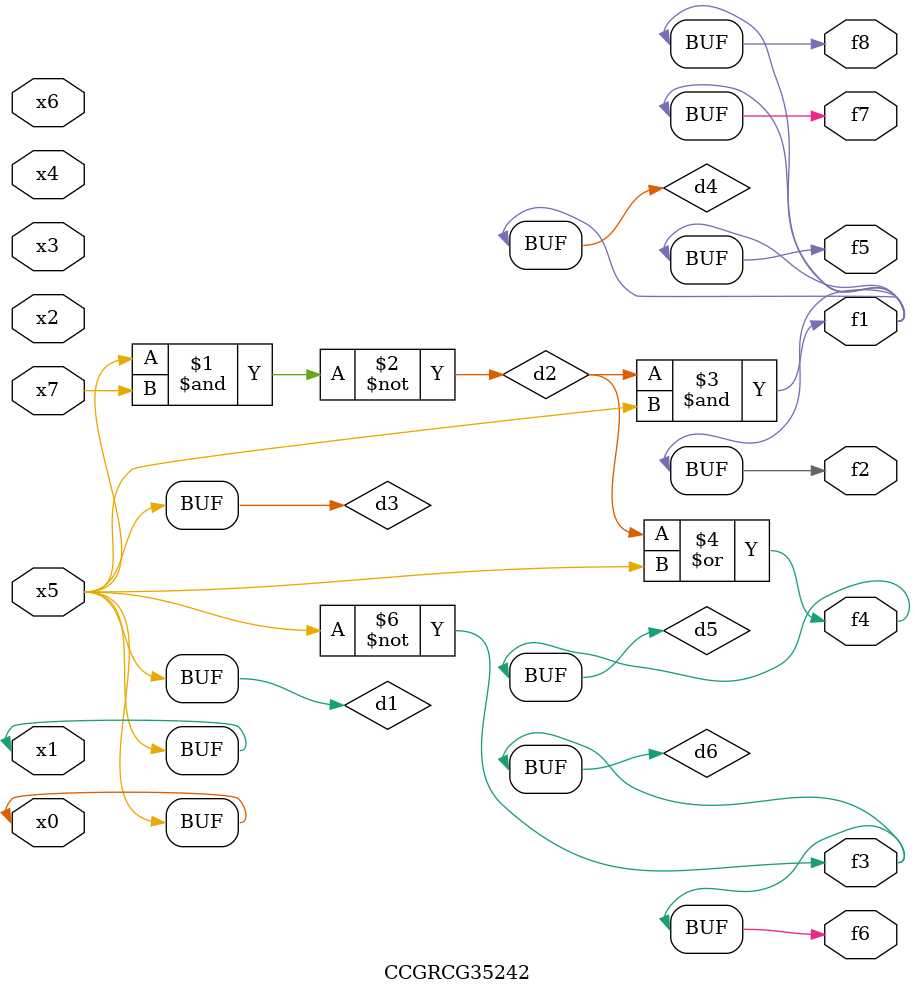
<source format=v>
module CCGRCG35242(
	input x0, x1, x2, x3, x4, x5, x6, x7,
	output f1, f2, f3, f4, f5, f6, f7, f8
);

	wire d1, d2, d3, d4, d5, d6;

	buf (d1, x0, x5);
	nand (d2, x5, x7);
	buf (d3, x0, x1);
	and (d4, d2, d3);
	or (d5, d2, d3);
	nor (d6, d1, d3);
	assign f1 = d4;
	assign f2 = d4;
	assign f3 = d6;
	assign f4 = d5;
	assign f5 = d4;
	assign f6 = d6;
	assign f7 = d4;
	assign f8 = d4;
endmodule

</source>
